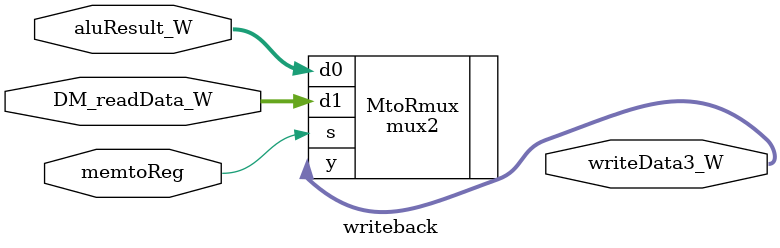
<source format=sv>

module writeback #(parameter N = 64)
				  (input logic [N-1:0] aluResult_W, DM_readData_W,
				   input logic memtoReg,
				   output logic [N-1:0] writeData3_W);

	mux2 #(64) MtoRmux (.d0(aluResult_W), .d1(DM_readData_W), .s(memtoReg), .y(writeData3_W));

endmodule

</source>
